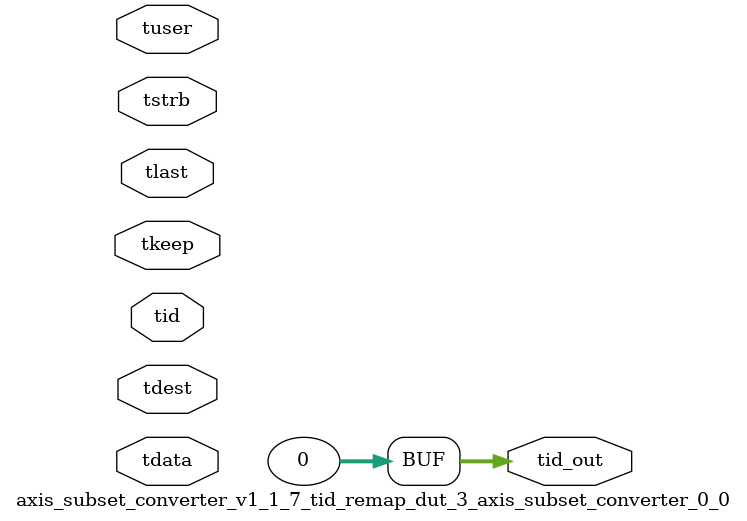
<source format=v>


`timescale 1ps/1ps

module axis_subset_converter_v1_1_7_tid_remap_dut_3_axis_subset_converter_0_0 #
(
parameter C_S_AXIS_TID_WIDTH   = 1,
parameter C_S_AXIS_TUSER_WIDTH = 0,
parameter C_S_AXIS_TDATA_WIDTH = 0,
parameter C_S_AXIS_TDEST_WIDTH = 0,
parameter C_M_AXIS_TID_WIDTH   = 32
)
(
input  [(C_S_AXIS_TID_WIDTH   == 0 ? 1 : C_S_AXIS_TID_WIDTH)-1:0       ] tid,
input  [(C_S_AXIS_TDATA_WIDTH == 0 ? 1 : C_S_AXIS_TDATA_WIDTH)-1:0     ] tdata,
input  [(C_S_AXIS_TUSER_WIDTH == 0 ? 1 : C_S_AXIS_TUSER_WIDTH)-1:0     ] tuser,
input  [(C_S_AXIS_TDEST_WIDTH == 0 ? 1 : C_S_AXIS_TDEST_WIDTH)-1:0     ] tdest,
input  [(C_S_AXIS_TDATA_WIDTH/8)-1:0 ] tkeep,
input  [(C_S_AXIS_TDATA_WIDTH/8)-1:0 ] tstrb,
input                                                                    tlast,
output [(C_M_AXIS_TID_WIDTH   == 0 ? 1 : C_M_AXIS_TID_WIDTH)-1:0       ] tid_out
);

assign tid_out = {1'b0};

endmodule


</source>
